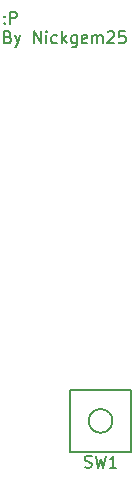
<source format=gbr>
%TF.GenerationSoftware,KiCad,Pcbnew,(6.0.7)*%
%TF.CreationDate,2022-08-09T22:51:11+07:00*%
%TF.ProjectId,Keypad-3,4b657970-6164-42d3-932e-6b696361645f,rev?*%
%TF.SameCoordinates,Original*%
%TF.FileFunction,Legend,Top*%
%TF.FilePolarity,Positive*%
%FSLAX46Y46*%
G04 Gerber Fmt 4.6, Leading zero omitted, Abs format (unit mm)*
G04 Created by KiCad (PCBNEW (6.0.7)) date 2022-08-09 22:51:11*
%MOMM*%
%LPD*%
G01*
G04 APERTURE LIST*
%ADD10C,0.150000*%
G04 APERTURE END LIST*
D10*
X149360000Y-99417142D02*
X149407619Y-99464761D01*
X149360000Y-99512380D01*
X149312380Y-99464761D01*
X149360000Y-99417142D01*
X149360000Y-99512380D01*
X149360000Y-98893333D02*
X149407619Y-98940952D01*
X149360000Y-98988571D01*
X149312380Y-98940952D01*
X149360000Y-98893333D01*
X149360000Y-98988571D01*
X149836190Y-99512380D02*
X149836190Y-98512380D01*
X150217142Y-98512380D01*
X150312380Y-98560000D01*
X150360000Y-98607619D01*
X150407619Y-98702857D01*
X150407619Y-98845714D01*
X150360000Y-98940952D01*
X150312380Y-98988571D01*
X150217142Y-99036190D01*
X149836190Y-99036190D01*
X149646285Y-100639571D02*
X149789142Y-100687190D01*
X149836761Y-100734809D01*
X149884380Y-100830047D01*
X149884380Y-100972904D01*
X149836761Y-101068142D01*
X149789142Y-101115761D01*
X149693904Y-101163380D01*
X149312952Y-101163380D01*
X149312952Y-100163380D01*
X149646285Y-100163380D01*
X149741523Y-100211000D01*
X149789142Y-100258619D01*
X149836761Y-100353857D01*
X149836761Y-100449095D01*
X149789142Y-100544333D01*
X149741523Y-100591952D01*
X149646285Y-100639571D01*
X149312952Y-100639571D01*
X150217714Y-100496714D02*
X150455809Y-101163380D01*
X150693904Y-100496714D02*
X150455809Y-101163380D01*
X150360571Y-101401476D01*
X150312952Y-101449095D01*
X150217714Y-101496714D01*
X151836761Y-101163380D02*
X151836761Y-100163380D01*
X152408190Y-101163380D01*
X152408190Y-100163380D01*
X152884380Y-101163380D02*
X152884380Y-100496714D01*
X152884380Y-100163380D02*
X152836761Y-100211000D01*
X152884380Y-100258619D01*
X152932000Y-100211000D01*
X152884380Y-100163380D01*
X152884380Y-100258619D01*
X153789142Y-101115761D02*
X153693904Y-101163380D01*
X153503428Y-101163380D01*
X153408190Y-101115761D01*
X153360571Y-101068142D01*
X153312952Y-100972904D01*
X153312952Y-100687190D01*
X153360571Y-100591952D01*
X153408190Y-100544333D01*
X153503428Y-100496714D01*
X153693904Y-100496714D01*
X153789142Y-100544333D01*
X154217714Y-101163380D02*
X154217714Y-100163380D01*
X154312952Y-100782428D02*
X154598666Y-101163380D01*
X154598666Y-100496714D02*
X154217714Y-100877666D01*
X155455809Y-100496714D02*
X155455809Y-101306238D01*
X155408190Y-101401476D01*
X155360571Y-101449095D01*
X155265333Y-101496714D01*
X155122476Y-101496714D01*
X155027238Y-101449095D01*
X155455809Y-101115761D02*
X155360571Y-101163380D01*
X155170095Y-101163380D01*
X155074857Y-101115761D01*
X155027238Y-101068142D01*
X154979619Y-100972904D01*
X154979619Y-100687190D01*
X155027238Y-100591952D01*
X155074857Y-100544333D01*
X155170095Y-100496714D01*
X155360571Y-100496714D01*
X155455809Y-100544333D01*
X156312952Y-101115761D02*
X156217714Y-101163380D01*
X156027238Y-101163380D01*
X155932000Y-101115761D01*
X155884380Y-101020523D01*
X155884380Y-100639571D01*
X155932000Y-100544333D01*
X156027238Y-100496714D01*
X156217714Y-100496714D01*
X156312952Y-100544333D01*
X156360571Y-100639571D01*
X156360571Y-100734809D01*
X155884380Y-100830047D01*
X156789142Y-101163380D02*
X156789142Y-100496714D01*
X156789142Y-100591952D02*
X156836761Y-100544333D01*
X156932000Y-100496714D01*
X157074857Y-100496714D01*
X157170095Y-100544333D01*
X157217714Y-100639571D01*
X157217714Y-101163380D01*
X157217714Y-100639571D02*
X157265333Y-100544333D01*
X157360571Y-100496714D01*
X157503428Y-100496714D01*
X157598666Y-100544333D01*
X157646285Y-100639571D01*
X157646285Y-101163380D01*
X158074857Y-100258619D02*
X158122476Y-100211000D01*
X158217714Y-100163380D01*
X158455809Y-100163380D01*
X158551047Y-100211000D01*
X158598666Y-100258619D01*
X158646285Y-100353857D01*
X158646285Y-100449095D01*
X158598666Y-100591952D01*
X158027238Y-101163380D01*
X158646285Y-101163380D01*
X159551047Y-100163380D02*
X159074857Y-100163380D01*
X159027238Y-100639571D01*
X159074857Y-100591952D01*
X159170095Y-100544333D01*
X159408190Y-100544333D01*
X159503428Y-100591952D01*
X159551047Y-100639571D01*
X159598666Y-100734809D01*
X159598666Y-100972904D01*
X159551047Y-101068142D01*
X159503428Y-101115761D01*
X159408190Y-101163380D01*
X159170095Y-101163380D01*
X159074857Y-101115761D01*
X159027238Y-101068142D01*
%TO.C,SW1*%
X156146666Y-137056761D02*
X156289523Y-137104380D01*
X156527619Y-137104380D01*
X156622857Y-137056761D01*
X156670476Y-137009142D01*
X156718095Y-136913904D01*
X156718095Y-136818666D01*
X156670476Y-136723428D01*
X156622857Y-136675809D01*
X156527619Y-136628190D01*
X156337142Y-136580571D01*
X156241904Y-136532952D01*
X156194285Y-136485333D01*
X156146666Y-136390095D01*
X156146666Y-136294857D01*
X156194285Y-136199619D01*
X156241904Y-136152000D01*
X156337142Y-136104380D01*
X156575238Y-136104380D01*
X156718095Y-136152000D01*
X157051428Y-136104380D02*
X157289523Y-137104380D01*
X157480000Y-136390095D01*
X157670476Y-137104380D01*
X157908571Y-136104380D01*
X158813333Y-137104380D02*
X158241904Y-137104380D01*
X158527619Y-137104380D02*
X158527619Y-136104380D01*
X158432380Y-136247238D01*
X158337142Y-136342476D01*
X158241904Y-136390095D01*
X154880000Y-135746800D02*
X154880000Y-130546800D01*
X160080000Y-130546800D02*
X160080000Y-135746800D01*
X154880000Y-130546800D02*
X160080000Y-130546800D01*
X160080000Y-135746800D02*
X154880000Y-135746800D01*
X158480000Y-133146800D02*
G75*
G03*
X158480000Y-133146800I-1000000J0D01*
G01*
%TD*%
M02*

</source>
